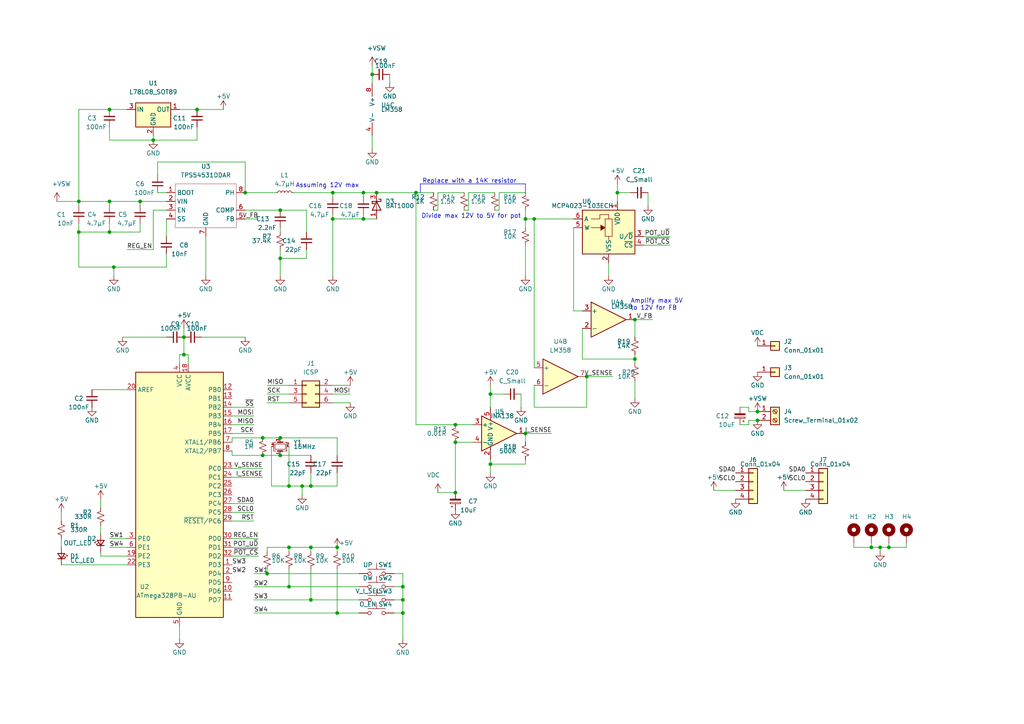
<source format=kicad_sch>
(kicad_sch (version 20200714) (host eeschema "(5.99.0-2441-g41b7c7c43)")
  (page 1 1)
  (paper "A4")
  (lib_symbols
    (symbol "Amplifier_Current:INA138" (pin_names (offset 0.127))
      (property "Reference" "U" (at 3.81 5.08 0))
      (property "Value" "INA138" (at 3.81 2.54 0))
      (symbol "INA138_1_1"
        (pin output line (at 7.62 0 180) (length 2.54) (name "~") (number "1"))
        (pin power_in line (at -2.54 -7.62 90) (length 3.81) (name "GND") (number "2"))
        (pin input line (at -7.62 2.54 0) (length 2.54) (name "+") (number "3"))
        (pin input line (at -7.62 -2.54 0) (length 2.54) (name "-") (number "4"))
        (pin power_in line (at -2.54 7.62 270) (length 3.81) (name "V+") (number "5"))
      )
    )
    (symbol "Amplifier_Operational:LM358" (pin_names (offset 0.127))
      (property "Reference" "U" (at 0 5.08 0))
      (property "Value" "LM358" (at 0 -5.08 0))
      (symbol "LM358_1_1"
        (pin output line (at 7.62 0 180) (length 2.54) (name "~") (number "1"))
        (pin input line (at -7.62 -2.54 0) (length 2.54) (name "-") (number "2"))
        (pin input line (at -7.62 2.54 0) (length 2.54) (name "+") (number "3"))
      )
      (symbol "LM358_2_1"
        (pin input line (at -7.62 2.54 0) (length 2.54) (name "+") (number "5"))
        (pin input line (at -7.62 -2.54 0) (length 2.54) (name "-") (number "6"))
        (pin output line (at 7.62 0 180) (length 2.54) (name "~") (number "7"))
      )
      (symbol "LM358_3_1"
        (pin power_in line (at -2.54 -7.62 90) (length 3.81) (name "V-") (number "4"))
        (pin power_in line (at -2.54 7.62 270) (length 3.81) (name "V+") (number "8"))
      )
    )
    (symbol "BAT1000:BAT1000"
      (property "Reference" "D" (at 0 0 0))
      (property "Value" "BAT1000" (at 0 -5.08 0))
      (symbol "BAT1000_1_1"
        (pin passive line (at -3.81 -2.54 0) (length 2.54) (name "~") (number "3"))
        (pin passive line (at 3.81 -2.54 180) (length 2.54) (name "~") (number "1"))
      )
    )
    (symbol "Connector:Screw_Terminal_01x02" (pin_names hide)
      (property "Reference" "J" (at 0 2.54 0))
      (property "Value" "Screw_Terminal_01x02" (at 0 -5.08 0))
      (symbol "Screw_Terminal_01x02_1_1"
        (pin passive line (at -5.08 0 0) (length 3.81) (name "Pin_1") (number "1"))
        (pin passive line (at -5.08 -2.54 0) (length 3.81) (name "Pin_2") (number "2"))
      )
    )
    (symbol "Connector_Generic:Conn_01x01" (pin_names hide)
      (property "Reference" "J" (at 0 2.54 0))
      (property "Value" "Conn_01x01" (at 0 -2.54 0))
      (symbol "Conn_01x01_1_1"
        (pin passive line (at -5.08 0 0) (length 3.81) (name "Pin_1") (number "1"))
      )
    )
    (symbol "Connector_Generic:Conn_01x04" (pin_names hide)
      (property "Reference" "J" (at 0 5.08 0))
      (property "Value" "Conn_01x04" (at 0 -7.62 0))
      (symbol "Conn_01x04_1_1"
        (pin passive line (at -5.08 2.54 0) (length 3.81) (name "Pin_1") (number "1"))
        (pin passive line (at -5.08 0 0) (length 3.81) (name "Pin_2") (number "2"))
        (pin passive line (at -5.08 -2.54 0) (length 3.81) (name "Pin_3") (number "3"))
        (pin passive line (at -5.08 -5.08 0) (length 3.81) (name "Pin_4") (number "4"))
      )
    )
    (symbol "Connector_Generic:Conn_02x03_Odd_Even" (pin_names hide)
      (property "Reference" "J" (at 1.27 5.08 0))
      (property "Value" "Conn_02x03_Odd_Even" (at 1.27 -5.08 0))
      (symbol "Conn_02x03_Odd_Even_1_1"
        (pin passive line (at -5.08 2.54 0) (length 3.81) (name "Pin_1") (number "1"))
        (pin passive line (at 7.62 2.54 180) (length 3.81) (name "Pin_2") (number "2"))
        (pin passive line (at -5.08 0 0) (length 3.81) (name "Pin_3") (number "3"))
        (pin passive line (at 7.62 0 180) (length 3.81) (name "Pin_4") (number "4"))
        (pin passive line (at -5.08 -2.54 0) (length 3.81) (name "Pin_5") (number "5"))
        (pin passive line (at 7.62 -2.54 180) (length 3.81) (name "Pin_6") (number "6"))
      )
    )
    (symbol "Device:CP_Small" (pin_numbers hide) (pin_names (offset 0.254) hide)
      (property "Reference" "C" (at 0.254 1.778 0))
      (property "Value" "CP_Small" (at 0.254 -2.032 0))
      (symbol "CP_Small_1_1"
        (pin passive line (at 0 2.54 270) (length 1.8542) (name "~") (number "1"))
        (pin passive line (at 0 -2.54 90) (length 1.8542) (name "~") (number "2"))
      )
    )
    (symbol "Device:C_Small" (pin_numbers hide) (pin_names (offset 0.254) hide)
      (property "Reference" "C" (at 0.254 1.778 0))
      (property "Value" "C_Small" (at 0.254 -2.032 0))
      (symbol "C_Small_1_1"
        (pin passive line (at 0 2.54 270) (length 2.032) (name "~") (number "1"))
        (pin passive line (at 0 -2.54 90) (length 2.032) (name "~") (number "2"))
      )
    )
    (symbol "Device:Crystal_GND24_Small" (pin_names hide)
      (property "Reference" "Y" (at 1.27 4.445 0))
      (property "Value" "Crystal_GND24_Small" (at 1.27 2.54 0))
      (symbol "Crystal_GND24_Small_1_1"
        (pin passive line (at -2.54 0 0) (length 1.27) (name "1") (number "1"))
        (pin passive line (at 0 -2.54 90) (length 0.635) (name "2") (number "2"))
        (pin passive line (at 2.54 0 180) (length 1.27) (name "3") (number "3"))
        (pin passive line (at 0 2.54 270) (length 0.635) (name "4") (number "4"))
      )
    )
    (symbol "Device:LED_Small" (pin_numbers hide) (pin_names (offset 0.254) hide)
      (property "Reference" "D" (at -1.27 3.175 0))
      (property "Value" "LED_Small" (at -4.445 -2.54 0))
      (symbol "LED_Small_1_1"
        (pin passive line (at -2.54 0 0) (length 1.778) (name "K") (number "1"))
        (pin passive line (at 2.54 0 180) (length 1.778) (name "A") (number "2"))
      )
    )
    (symbol "Device:L_Small" (pin_numbers hide) (pin_names (offset 0.254) hide)
      (property "Reference" "L" (at 0.762 1.016 0))
      (property "Value" "L_Small" (at 0.762 -1.016 0))
      (symbol "L_Small_1_1"
        (pin passive line (at 0 2.54 270) (length 0.508) (name "~") (number "1"))
        (pin passive line (at 0 -2.54 90) (length 0.508) (name "~") (number "2"))
      )
    )
    (symbol "Device:R_Small_US" (pin_numbers hide) (pin_names (offset 0.254) hide)
      (property "Reference" "R" (at 0.762 0.508 0))
      (property "Value" "R_Small_US" (at 0.762 -1.016 0))
      (symbol "R_Small_US_1_1"
        (pin passive line (at 0 2.54 270) (length 1.016) (name "~") (number "1"))
        (pin passive line (at 0 -2.54 90) (length 1.016) (name "~") (number "2"))
      )
    )
    (symbol "MCU_Microchip_ATmega:ATmega328PB-AU" (pin_names (offset 0.508))
      (property "Reference" "U" (at -12.7 36.83 0))
      (property "Value" "ATmega328PB-AU" (at 2.54 -36.83 0))
      (symbol "ATmega328PB-AU_1_1"
        (pin bidirectional line (at 15.24 -20.32 180) (length 2.54) (name "PD3") (number "1"))
        (pin bidirectional line (at 15.24 -27.94 180) (length 2.54) (name "PD6") (number "10"))
        (pin bidirectional line (at 15.24 -30.48 180) (length 2.54) (name "PD7") (number "11"))
        (pin bidirectional line (at 15.24 30.48 180) (length 2.54) (name "PB0") (number "12"))
        (pin bidirectional line (at 15.24 27.94 180) (length 2.54) (name "PB1") (number "13"))
        (pin bidirectional line (at 15.24 25.4 180) (length 2.54) (name "PB2") (number "14"))
        (pin bidirectional line (at 15.24 22.86 180) (length 2.54) (name "PB3") (number "15"))
        (pin bidirectional line (at 15.24 20.32 180) (length 2.54) (name "PB4") (number "16"))
        (pin bidirectional line (at 15.24 17.78 180) (length 2.54) (name "PB5") (number "17"))
        (pin power_in line (at 2.54 38.1 270) (length 2.54) (name "AVCC") (number "18"))
        (pin bidirectional line (at -15.24 -17.78 0) (length 2.54) (name "PE2") (number "19"))
        (pin bidirectional line (at 15.24 -22.86 180) (length 2.54) (name "PD4") (number "2"))
        (pin passive line (at -15.24 30.48 0) (length 2.54) (name "AREF") (number "20"))
        (pin passive line (at 0 -38.1 90) (length 2.54) hide (name "GND") (number "21"))
        (pin bidirectional line (at -15.24 -20.32 0) (length 2.54) (name "PE3") (number "22"))
        (pin bidirectional line (at 15.24 7.62 180) (length 2.54) (name "PC0") (number "23"))
        (pin bidirectional line (at 15.24 5.08 180) (length 2.54) (name "PC1") (number "24"))
        (pin bidirectional line (at 15.24 2.54 180) (length 2.54) (name "PC2") (number "25"))
        (pin bidirectional line (at 15.24 0 180) (length 2.54) (name "PC3") (number "26"))
        (pin bidirectional line (at 15.24 -2.54 180) (length 2.54) (name "PC4") (number "27"))
        (pin bidirectional line (at 15.24 -5.08 180) (length 2.54) (name "PC5") (number "28"))
        (pin bidirectional line (at 15.24 -7.62 180) (length 2.54) (name "~RESET~/PC6") (number "29"))
        (pin bidirectional line (at -15.24 -12.7 0) (length 2.54) (name "PE0") (number "3"))
        (pin bidirectional line (at 15.24 -12.7 180) (length 2.54) (name "PD0") (number "30"))
        (pin bidirectional line (at 15.24 -15.24 180) (length 2.54) (name "PD1") (number "31"))
        (pin bidirectional line (at 15.24 -17.78 180) (length 2.54) (name "PD2") (number "32"))
        (pin power_in line (at 0 38.1 270) (length 2.54) (name "VCC") (number "4"))
        (pin power_in line (at 0 -38.1 90) (length 2.54) (name "GND") (number "5"))
        (pin bidirectional line (at -15.24 -15.24 0) (length 2.54) (name "PE1") (number "6"))
        (pin bidirectional line (at 15.24 15.24 180) (length 2.54) (name "XTAL1/PB6") (number "7"))
        (pin bidirectional line (at 15.24 12.7 180) (length 2.54) (name "XTAL2/PB7") (number "8"))
        (pin bidirectional line (at 15.24 -25.4 180) (length 2.54) (name "PD5") (number "9"))
      )
    )
    (symbol "Mechanical:MountingHole_Pad" (pin_numbers hide) (pin_names hide)
      (property "Reference" "H" (at 0 6.35 0))
      (property "Value" "MountingHole_Pad" (at 0 4.445 0))
      (symbol "MountingHole_Pad_1_1"
        (pin input line (at 0 -2.54 90) (length 2.54) (name "1") (number "1"))
      )
    )
    (symbol "Potentiometer_Digital:MCP4023-xxxxCH" (pin_names (offset 0.508))
      (property "Reference" "U" (at -7.62 8.89 0))
      (property "Value" "MCP4023-xxxxCH" (at 1.27 8.89 0))
      (symbol "MCP4023-xxxxCH_1_1"
        (pin power_in line (at -2.54 10.16 270) (length 2.54) (name "VDD") (number "1"))
        (pin power_in line (at 0 -7.62 90) (length 2.54) (name "VSS") (number "2"))
        (pin input line (at -10.16 0 0) (length 2.54) (name "U/~D") (number "3"))
        (pin input line (at -10.16 -2.54 0) (length 2.54) (name "~CS") (number "4"))
        (pin passive line (at 10.16 2.54 180) (length 2.54) (name "W") (number "5"))
        (pin passive line (at 10.16 5.08 180) (length 2.54) (name "A") (number "6"))
      )
    )
    (symbol "Regulator_Linear:L78L08_SOT89" (pin_names (offset 0.254))
      (property "Reference" "U" (at -3.81 3.175 0))
      (property "Value" "L78L08_SOT89" (at -0.635 3.175 0))
      (symbol "L78L08_SOT89_1_1"
        (pin power_out line (at 7.62 0 180) (length 2.54) (name "OUT") (number "1"))
        (pin power_in line (at 0 -7.62 90) (length 2.54) (name "GND") (number "2"))
        (pin power_in line (at -7.62 0 0) (length 2.54) (name "IN") (number "3"))
      )
    )
    (symbol "Switch:SW_Push" (pin_numbers hide) (pin_names hide)
      (property "Reference" "SW" (at 1.27 2.54 0))
      (property "Value" "SW_Push" (at 0 -1.524 0))
      (symbol "SW_Push_0_1"
        (pin passive line (at -5.08 0 0) (length 2.54) (name "1") (number "1"))
        (pin passive line (at 5.08 0 180) (length 2.54) (name "2") (number "2"))
      )
    )
    (symbol "TPS54531DDAR:TPS54531DDAR"
      (property "Reference" "U" (at 7.62 7.62 0))
      (property "Value" "TPS54531DDAR" (at -2.54 7.62 0))
      (symbol "TPS54531DDAR_1_1"
        (pin input line (at -11.43 -1.27 0) (length 2.54) (name "EN") (number "3"))
        (pin input line (at -11.43 -3.81 0) (length 2.54) (name "SS") (number "4"))
        (pin input line (at 11.43 -1.27 180) (length 2.54) (name "COMP") (number "6"))
        (pin input line (at 0 -8.89 90) (length 2.54) (name "GND") (number "7"))
        (pin input line (at 11.43 -3.81 180) (length 2.54) (name "FB") (number "5"))
        (pin input line (at 11.43 3.81 180) (length 2.54) (name "PH") (number "8"))
        (pin input line (at -11.43 3.81 0) (length 2.54) (name "BOOT") (number "1"))
        (pin input line (at -11.43 1.27 0) (length 2.54) (name "VIN") (number "2"))
        (pin input line (at 0 -8.89 90) (length 2.54) hide (name "GND") (number "9"))
      )
    )
    (symbol "power:+5V" (power) (pin_names (offset 0))
      (property "Value" "+5V" (at 0 3.556 0))
      (symbol "+5V_1_1"
        (pin power_in line (at 0 0 90) (length 0) hide (name "+5V") (number "1"))
      )
    )
    (symbol "power:+VSW" (power) (pin_names (offset 0))
      (property "Value" "+VSW" (at 0 3.556 0))
      (symbol "+VSW_1_1"
        (pin power_in line (at 0 0 90) (length 0) hide (name "+VSW") (number "1"))
      )
    )
    (symbol "power:GND" (power) (pin_names (offset 0))
      (property "Value" "GND" (at 0 -3.81 0))
      (symbol "GND_1_1"
        (pin power_in line (at 0 0 270) (length 0) hide (name "GND") (number "1"))
      )
    )
    (symbol "power:VDC" (power) (pin_names (offset 0))
      (property "Value" "VDC" (at 0 6.35 0))
      (symbol "VDC_1_1"
        (pin power_in line (at 0 0 90) (length 0) hide (name "VDC") (number "1"))
      )
    )
  )
  (junction (at 22.86 58.42))
  (junction (at 22.86 67.31))
  (junction (at 31.75 31.75))
  (junction (at 31.75 58.42))
  (junction (at 31.75 67.31))
  (junction (at 33.02 77.47))
  (junction (at 40.64 58.42))
  (junction (at 44.45 40.64))
  (junction (at 53.34 97.79))
  (junction (at 53.34 102.87))
  (junction (at 57.15 31.75))
  (junction (at 71.12 55.88))
  (junction (at 76.2 127))
  (junction (at 76.2 132.08))
  (junction (at 77.47 166.37))
  (junction (at 81.28 60.96))
  (junction (at 81.28 74.93))
  (junction (at 81.28 127))
  (junction (at 81.28 132.08))
  (junction (at 83.82 140.97))
  (junction (at 83.82 158.75))
  (junction (at 83.82 170.18))
  (junction (at 87.63 140.97))
  (junction (at 90.17 140.97))
  (junction (at 90.17 158.75))
  (junction (at 90.17 173.99))
  (junction (at 96.52 55.88))
  (junction (at 96.52 63.5))
  (junction (at 97.79 158.75))
  (junction (at 97.79 177.8))
  (junction (at 105.41 55.88))
  (junction (at 105.41 63.5))
  (junction (at 107.95 21.59))
  (junction (at 109.22 55.88))
  (junction (at 116.84 170.18))
  (junction (at 116.84 173.99))
  (junction (at 116.84 177.8))
  (junction (at 120.65 55.88))
  (junction (at 132.08 123.19))
  (junction (at 132.08 128.27))
  (junction (at 132.08 142.875))
  (junction (at 142.24 114.3))
  (junction (at 142.24 134.62))
  (junction (at 152.4 63.5))
  (junction (at 152.4 125.73))
  (junction (at 154.94 63.5))
  (junction (at 170.18 109.22))
  (junction (at 179.07 55.88))
  (junction (at 184.15 92.71))
  (junction (at 184.15 104.14))
  (junction (at 219.71 119.38))
  (junction (at 219.71 121.92))
  (junction (at 252.73 158.75))
  (junction (at 255.27 158.75))
  (junction (at 257.81 158.75))
  (wire (pts (xy 16.51 58.42) (xy 22.86 58.42)))
  (wire (pts (xy 17.78 148.59) (xy 17.78 151.13)))
  (wire (pts (xy 17.78 156.21) (xy 17.78 158.75)))
  (wire (pts (xy 17.78 163.83) (xy 36.83 163.83)))
  (wire (pts (xy 22.86 31.75) (xy 22.86 58.42)))
  (wire (pts (xy 22.86 58.42) (xy 22.86 59.69)))
  (wire (pts (xy 22.86 58.42) (xy 31.75 58.42)))
  (wire (pts (xy 22.86 64.77) (xy 22.86 67.31)))
  (wire (pts (xy 22.86 67.31) (xy 22.86 77.47)))
  (wire (pts (xy 22.86 67.31) (xy 31.75 67.31)))
  (wire (pts (xy 22.86 77.47) (xy 33.02 77.47)))
  (wire (pts (xy 26.67 113.03) (xy 36.83 113.03)))
  (wire (pts (xy 29.21 144.78) (xy 29.21 147.32)))
  (wire (pts (xy 29.21 152.4) (xy 29.21 154.94)))
  (wire (pts (xy 29.21 160.02) (xy 29.21 161.29)))
  (wire (pts (xy 29.21 161.29) (xy 36.83 161.29)))
  (wire (pts (xy 31.75 31.75) (xy 22.86 31.75)))
  (wire (pts (xy 31.75 31.75) (xy 36.83 31.75)))
  (wire (pts (xy 31.75 36.83) (xy 31.75 40.64)))
  (wire (pts (xy 31.75 40.64) (xy 44.45 40.64)))
  (wire (pts (xy 31.75 58.42) (xy 31.75 59.69)))
  (wire (pts (xy 31.75 58.42) (xy 40.64 58.42)))
  (wire (pts (xy 31.75 64.77) (xy 31.75 67.31)))
  (wire (pts (xy 31.75 67.31) (xy 40.64 67.31)))
  (wire (pts (xy 31.75 156.21) (xy 36.83 156.21)))
  (wire (pts (xy 31.75 158.75) (xy 36.83 158.75)))
  (wire (pts (xy 33.02 77.47) (xy 33.02 80.01)))
  (wire (pts (xy 33.02 77.47) (xy 48.26 77.47)))
  (wire (pts (xy 35.56 97.79) (xy 48.26 97.79)))
  (wire (pts (xy 36.83 72.39) (xy 44.45 72.39)))
  (wire (pts (xy 40.64 58.42) (xy 40.64 59.69)))
  (wire (pts (xy 40.64 58.42) (xy 48.26 58.42)))
  (wire (pts (xy 40.64 67.31) (xy 40.64 64.77)))
  (wire (pts (xy 44.45 39.37) (xy 44.45 40.64)))
  (wire (pts (xy 44.45 40.64) (xy 57.15 40.64)))
  (wire (pts (xy 44.45 60.96) (xy 48.26 60.96)))
  (wire (pts (xy 44.45 72.39) (xy 44.45 60.96)))
  (wire (pts (xy 45.72 46.99) (xy 71.12 46.99)))
  (wire (pts (xy 45.72 50.8) (xy 45.72 46.99)))
  (wire (pts (xy 45.72 55.88) (xy 48.26 55.88)))
  (wire (pts (xy 48.26 63.5) (xy 48.26 68.58)))
  (wire (pts (xy 48.26 73.66) (xy 48.26 77.47)))
  (wire (pts (xy 52.07 31.75) (xy 57.15 31.75)))
  (wire (pts (xy 52.07 102.87) (xy 53.34 102.87)))
  (wire (pts (xy 52.07 105.41) (xy 52.07 102.87)))
  (wire (pts (xy 52.07 185.42) (xy 52.07 181.61)))
  (wire (pts (xy 53.34 95.25) (xy 53.34 97.79)))
  (wire (pts (xy 53.34 97.79) (xy 53.34 102.87)))
  (wire (pts (xy 53.34 102.87) (xy 54.61 102.87)))
  (wire (pts (xy 54.61 102.87) (xy 54.61 105.41)))
  (wire (pts (xy 57.15 31.75) (xy 64.77 31.75)))
  (wire (pts (xy 57.15 40.64) (xy 57.15 36.83)))
  (wire (pts (xy 58.42 97.79) (xy 71.12 97.79)))
  (wire (pts (xy 59.69 68.58) (xy 59.69 80.01)))
  (wire (pts (xy 67.31 118.11) (xy 73.66 118.11)))
  (wire (pts (xy 67.31 120.65) (xy 73.66 120.65)))
  (wire (pts (xy 67.31 123.19) (xy 73.66 123.19)))
  (wire (pts (xy 67.31 125.73) (xy 73.66 125.73)))
  (wire (pts (xy 67.31 127) (xy 67.31 128.27)))
  (wire (pts (xy 67.31 130.81) (xy 67.31 132.08)))
  (wire (pts (xy 67.31 132.08) (xy 76.2 132.08)))
  (wire (pts (xy 67.31 135.89) (xy 76.2 135.89)))
  (wire (pts (xy 67.31 138.43) (xy 76.2 138.43)))
  (wire (pts (xy 67.31 146.05) (xy 73.66 146.05)))
  (wire (pts (xy 67.31 148.59) (xy 73.66 148.59)))
  (wire (pts (xy 67.31 151.13) (xy 73.66 151.13)))
  (wire (pts (xy 67.31 156.21) (xy 74.93 156.21)))
  (wire (pts (xy 67.31 158.75) (xy 74.93 158.75)))
  (wire (pts (xy 67.31 161.29) (xy 74.93 161.29)))
  (wire (pts (xy 71.12 46.99) (xy 71.12 55.88)))
  (wire (pts (xy 71.12 55.88) (xy 80.01 55.88)))
  (wire (pts (xy 71.12 60.96) (xy 81.28 60.96)))
  (wire (pts (xy 71.12 63.5) (xy 74.93 63.5)))
  (wire (pts (xy 73.66 166.37) (xy 77.47 166.37)))
  (wire (pts (xy 73.66 170.18) (xy 83.82 170.18)))
  (wire (pts (xy 73.66 173.99) (xy 90.17 173.99)))
  (wire (pts (xy 73.66 177.8) (xy 97.79 177.8)))
  (wire (pts (xy 76.2 127) (xy 67.31 127)))
  (wire (pts (xy 76.2 132.08) (xy 81.28 132.08)))
  (wire (pts (xy 77.47 111.76) (xy 83.82 111.76)))
  (wire (pts (xy 77.47 114.3) (xy 83.82 114.3)))
  (wire (pts (xy 77.47 116.84) (xy 83.82 116.84)))
  (wire (pts (xy 77.47 158.75) (xy 83.82 158.75)))
  (wire (pts (xy 77.47 160.02) (xy 77.47 158.75)))
  (wire (pts (xy 77.47 165.1) (xy 77.47 166.37)))
  (wire (pts (xy 77.47 166.37) (xy 104.14 166.37)))
  (wire (pts (xy 78.74 129.54) (xy 78.74 140.97)))
  (wire (pts (xy 78.74 140.97) (xy 83.82 140.97)))
  (wire (pts (xy 81.28 66.04) (xy 81.28 67.31)))
  (wire (pts (xy 81.28 74.93) (xy 81.28 72.39)))
  (wire (pts (xy 81.28 74.93) (xy 81.28 80.01)))
  (wire (pts (xy 81.28 127) (xy 76.2 127)))
  (wire (pts (xy 81.28 132.08) (xy 90.17 132.08)))
  (wire (pts (xy 83.82 129.54) (xy 83.82 140.97)))
  (wire (pts (xy 83.82 140.97) (xy 87.63 140.97)))
  (wire (pts (xy 83.82 158.75) (xy 83.82 160.02)))
  (wire (pts (xy 83.82 158.75) (xy 90.17 158.75)))
  (wire (pts (xy 83.82 165.1) (xy 83.82 170.18)))
  (wire (pts (xy 85.09 55.88) (xy 96.52 55.88)))
  (wire (pts (xy 87.63 140.97) (xy 87.63 143.51)))
  (wire (pts (xy 87.63 140.97) (xy 90.17 140.97)))
  (wire (pts (xy 88.9 60.96) (xy 81.28 60.96)))
  (wire (pts (xy 88.9 67.31) (xy 88.9 60.96)))
  (wire (pts (xy 88.9 72.39) (xy 88.9 74.93)))
  (wire (pts (xy 88.9 74.93) (xy 81.28 74.93)))
  (wire (pts (xy 90.17 137.16) (xy 90.17 140.97)))
  (wire (pts (xy 90.17 140.97) (xy 97.79 140.97)))
  (wire (pts (xy 90.17 158.75) (xy 90.17 160.02)))
  (wire (pts (xy 90.17 158.75) (xy 97.79 158.75)))
  (wire (pts (xy 90.17 165.1) (xy 90.17 173.99)))
  (wire (pts (xy 90.17 173.99) (xy 104.14 173.99)))
  (wire (pts (xy 96.52 55.88) (xy 96.52 57.15)))
  (wire (pts (xy 96.52 55.88) (xy 105.41 55.88)))
  (wire (pts (xy 96.52 62.23) (xy 96.52 63.5)))
  (wire (pts (xy 96.52 63.5) (xy 96.52 80.01)))
  (wire (pts (xy 96.52 111.76) (xy 101.6 111.76)))
  (wire (pts (xy 96.52 114.3) (xy 101.6 114.3)))
  (wire (pts (xy 96.52 116.84) (xy 101.6 116.84)))
  (wire (pts (xy 97.79 127) (xy 81.28 127)))
  (wire (pts (xy 97.79 132.08) (xy 97.79 127)))
  (wire (pts (xy 97.79 140.97) (xy 97.79 137.16)))
  (wire (pts (xy 97.79 158.75) (xy 97.79 160.02)))
  (wire (pts (xy 97.79 165.1) (xy 97.79 177.8)))
  (wire (pts (xy 97.79 177.8) (xy 104.14 177.8)))
  (wire (pts (xy 104.14 170.18) (xy 83.82 170.18)))
  (wire (pts (xy 105.41 55.88) (xy 105.41 57.15)))
  (wire (pts (xy 105.41 55.88) (xy 109.22 55.88)))
  (wire (pts (xy 105.41 62.23) (xy 105.41 63.5)))
  (wire (pts (xy 105.41 63.5) (xy 96.52 63.5)))
  (wire (pts (xy 105.41 63.5) (xy 109.22 63.5)))
  (wire (pts (xy 107.95 19.05) (xy 107.95 21.59)))
  (wire (pts (xy 107.95 21.59) (xy 107.95 24.13)))
  (wire (pts (xy 107.95 43.18) (xy 107.95 39.37)))
  (wire (pts (xy 109.22 55.88) (xy 120.65 55.88)))
  (wire (pts (xy 113.03 21.59) (xy 113.03 24.13)))
  (wire (pts (xy 114.3 166.37) (xy 116.84 166.37)))
  (wire (pts (xy 114.3 170.18) (xy 116.84 170.18)))
  (wire (pts (xy 114.3 173.99) (xy 116.84 173.99)))
  (wire (pts (xy 116.84 166.37) (xy 116.84 170.18)))
  (wire (pts (xy 116.84 170.18) (xy 116.84 173.99)))
  (wire (pts (xy 116.84 173.99) (xy 116.84 177.8)))
  (wire (pts (xy 116.84 177.8) (xy 114.3 177.8)))
  (wire (pts (xy 116.84 177.8) (xy 116.84 185.42)))
  (wire (pts (xy 120.65 55.88) (xy 120.65 123.19)))
  (wire (pts (xy 120.65 55.88) (xy 125.73 55.88)))
  (wire (pts (xy 120.65 123.19) (xy 132.08 123.19)))
  (wire (pts (xy 127 55.88) (xy 127 60.96)))
  (wire (pts (xy 127 60.96) (xy 125.73 60.96)))
  (wire (pts (xy 127 142.875) (xy 132.08 142.875)))
  (wire (pts (xy 132.08 123.19) (xy 137.16 123.19)))
  (wire (pts (xy 132.08 128.27) (xy 132.08 142.875)))
  (wire (pts (xy 132.08 128.27) (xy 137.16 128.27)))
  (wire (pts (xy 134.62 55.88) (xy 127 55.88)))
  (wire (pts (xy 134.62 60.96) (xy 135.89 60.96)))
  (wire (pts (xy 135.89 55.88) (xy 143.51 55.88)))
  (wire (pts (xy 135.89 60.96) (xy 135.89 55.88)))
  (wire (pts (xy 142.24 111.76) (xy 142.24 114.3)))
  (wire (pts (xy 142.24 114.3) (xy 142.24 118.11)))
  (wire (pts (xy 142.24 114.3) (xy 146.05 114.3)))
  (wire (pts (xy 142.24 134.62) (xy 142.24 133.35)))
  (wire (pts (xy 142.24 134.62) (xy 152.4 134.62)))
  (wire (pts (xy 142.24 137.16) (xy 142.24 134.62)))
  (wire (pts (xy 143.51 60.96) (xy 144.78 60.96)))
  (wire (pts (xy 144.78 55.88) (xy 152.4 55.88)))
  (wire (pts (xy 144.78 60.96) (xy 144.78 55.88)))
  (wire (pts (xy 151.13 114.3) (xy 151.13 118.11)))
  (wire (pts (xy 152.4 60.96) (xy 152.4 63.5)))
  (wire (pts (xy 152.4 63.5) (xy 152.4 66.04)))
  (wire (pts (xy 152.4 71.12) (xy 152.4 80.01)))
  (wire (pts (xy 152.4 125.73) (xy 152.4 128.27)))
  (wire (pts (xy 152.4 125.73) (xy 160.02 125.73)))
  (wire (pts (xy 152.4 133.35) (xy 152.4 134.62)))
  (wire (pts (xy 154.94 63.5) (xy 152.4 63.5)))
  (wire (pts (xy 154.94 63.5) (xy 154.94 106.68)))
  (wire (pts (xy 154.94 111.76) (xy 154.94 118.11)))
  (wire (pts (xy 154.94 118.11) (xy 170.18 118.11)))
  (wire (pts (xy 166.37 63.5) (xy 154.94 63.5)))
  (wire (pts (xy 166.37 90.17) (xy 166.37 66.04)))
  (wire (pts (xy 168.91 90.17) (xy 166.37 90.17)))
  (wire (pts (xy 168.91 104.14) (xy 168.91 95.25)))
  (wire (pts (xy 170.18 109.22) (xy 177.8 109.22)))
  (wire (pts (xy 170.18 118.11) (xy 170.18 109.22)))
  (wire (pts (xy 176.53 76.2) (xy 176.53 80.01)))
  (wire (pts (xy 179.07 53.34) (xy 179.07 55.88)))
  (wire (pts (xy 179.07 55.88) (xy 179.07 58.42)))
  (wire (pts (xy 179.07 55.88) (xy 182.88 55.88)))
  (wire (pts (xy 184.15 92.71) (xy 184.15 97.79)))
  (wire (pts (xy 184.15 92.71) (xy 189.23 92.71)))
  (wire (pts (xy 184.15 102.87) (xy 184.15 104.14)))
  (wire (pts (xy 184.15 104.14) (xy 168.91 104.14)))
  (wire (pts (xy 184.15 104.14) (xy 184.15 105.41)))
  (wire (pts (xy 184.15 110.49) (xy 184.15 115.57)))
  (wire (pts (xy 186.69 68.58) (xy 194.31 68.58)))
  (wire (pts (xy 186.69 71.12) (xy 194.31 71.12)))
  (wire (pts (xy 187.96 55.88) (xy 187.96 59.69)))
  (wire (pts (xy 207.01 142.24) (xy 213.36 142.24)))
  (wire (pts (xy 214.63 118.11) (xy 217.17 118.11)))
  (wire (pts (xy 214.63 123.19) (xy 217.17 123.19)))
  (wire (pts (xy 217.17 118.11) (xy 217.17 119.38)))
  (wire (pts (xy 217.17 119.38) (xy 219.71 119.38)))
  (wire (pts (xy 217.17 121.92) (xy 219.71 121.92)))
  (wire (pts (xy 217.17 123.19) (xy 217.17 121.92)))
  (wire (pts (xy 227.33 142.24) (xy 233.68 142.24)))
  (wire (pts (xy 247.65 157.48) (xy 247.65 158.75)))
  (wire (pts (xy 247.65 158.75) (xy 252.73 158.75)))
  (wire (pts (xy 252.73 157.48) (xy 252.73 158.75)))
  (wire (pts (xy 252.73 158.75) (xy 255.27 158.75)))
  (wire (pts (xy 255.27 158.75) (xy 255.27 160.02)))
  (wire (pts (xy 255.27 158.75) (xy 257.81 158.75)))
  (wire (pts (xy 257.81 157.48) (xy 257.81 158.75)))
  (wire (pts (xy 257.81 158.75) (xy 262.89 158.75)))
  (wire (pts (xy 262.89 158.75) (xy 262.89 157.48)))
  (polyline (pts (xy 121.92 53.34) (xy 152.4 53.34)) (stroke (width 0) (type solid)))
  (polyline (pts (xy 121.92 55.88) (xy 121.92 53.34)) (stroke (width 0) (type solid)))
  (polyline (pts (xy 152.4 53.34) (xy 152.4 55.88)) (stroke (width 0) (type solid)))
  (text "Assuming 12V max" (at 104.14 54.61 180) (effects (font (size 1.27 1.27)) (justify right bottom)))
  (text "Replace with a 14K resistor" (at 149.86 53.34 180) (effects (font (size 1.27 1.27)) (justify right bottom)))
  (text "Divide max 12V to 5V for pot" (at 151.13 63.5 180) (effects (font (size 1.27 1.27)) (justify right bottom)))
  (text "Amplify max 5V \nto 12V for FB" (at 182.88 90.17 0) (effects (font (size 1.27 1.27)) (justify left bottom)))
  (label "SW1" (at 31.75 156.21 0))
  (label "SW4" (at 31.75 158.75 0))
  (label "REG_EN" (at 36.83 72.39 0))
  (label "SW3" (at 67.31 163.83 0))
  (label "SW2" (at 67.31 166.37 0))
  (label "~SS" (at 73.66 118.11 180))
  (label "MOSI" (at 73.66 120.65 180))
  (label "MISO" (at 73.66 123.19 180))
  (label "SCK" (at 73.66 125.73 180))
  (label "SDA0" (at 73.66 146.05 180))
  (label "SCL0" (at 73.66 148.59 180))
  (label "RST" (at 73.66 151.13 180))
  (label "SW1" (at 73.66 166.37 0))
  (label "SW2" (at 73.66 170.18 0))
  (label "SW3" (at 73.66 173.99 0))
  (label "SW4" (at 73.66 177.8 0))
  (label "V_FB" (at 74.93 63.5 180))
  (label "REG_EN" (at 74.93 156.21 180))
  (label "POT_U~D" (at 74.93 158.75 180))
  (label "~POT_CS" (at 74.93 161.29 180))
  (label "V_SENSE" (at 76.2 135.89 180))
  (label "I_SENSE" (at 76.2 138.43 180))
  (label "MISO" (at 77.47 111.76 0))
  (label "SCK" (at 77.47 114.3 0))
  (label "RST" (at 77.47 116.84 0))
  (label "MOSI" (at 101.6 114.3 180))
  (label "I_SENSE" (at 160.02 125.73 180))
  (label "V_SENSE" (at 177.8 109.22 180))
  (label "V_FB" (at 189.23 92.71 180))
  (label "POT_U~D" (at 194.31 68.58 180))
  (label "~POT_CS" (at 194.31 71.12 180))
  (label "SDA0" (at 213.36 137.16 180))
  (label "SCL0" (at 213.36 139.7 180))
  (label "SDA0" (at 233.68 137.16 180))
  (label "SCL0" (at 233.68 139.7 180))
  (symbol (lib_id "Device:L_Small") (at 82.55 55.88 90) (unit 1)
    (property "Reference" "L1" (at 82.55 50.8 90))
    (property "Value" "4.7µH" (at 82.55 53.34 90))
    (property "Footprint" "Inductor_SMD:L_Bourns_SRR1260" (effects hide))
  )
  (symbol (lib_id "power:+VSW") (at 16.51 58.42 0) (unit 1)
    (property "Reference" "#PWR0111" (effects hide))
    (property "Value" "+VSW" (at 17.78 53.34 0))
  )
  (symbol (lib_id "power:+5V") (at 17.78 148.59 0) (unit 1)
    (property "Reference" "#PWR0137" (effects hide))
    (property "Value" "+5V" (at 17.78 144.78 0))
  )
  (symbol (lib_id "power:+5V") (at 29.21 144.78 0) (unit 1)
    (property "Reference" "#PWR0136" (effects hide))
    (property "Value" "+5V" (at 29.21 140.97 0))
  )
  (symbol (lib_id "power:+5V") (at 53.34 95.25 0) (unit 1)
    (property "Reference" "#PWR0110" (effects hide))
    (property "Value" "+5V" (at 53.34 91.44 0))
  )
  (symbol (lib_id "power:+5V") (at 64.77 31.75 0) (unit 1)
    (property "Reference" "#PWR0112" (effects hide))
    (property "Value" "+5V" (at 64.77 27.94 0))
  )
  (symbol (lib_id "power:+5V") (at 97.79 158.75 0) (unit 1)
    (property "Reference" "#PWR0135" (effects hide))
    (property "Value" "+5V" (at 100.33 157.48 0))
  )
  (symbol (lib_id "power:+5V") (at 101.6 111.76 0) (unit 1)
    (property "Reference" "#PWR0119" (effects hide))
    (property "Value" "+5V" (at 101.6 107.95 0))
  )
  (symbol (lib_id "power:+VSW") (at 107.95 19.05 0) (unit 1)
    (property "Reference" "#PWR0108" (effects hide))
    (property "Value" "+VSW" (at 109.22 13.97 0))
  )
  (symbol (lib_id "power:VDC") (at 127 142.875 0) (mirror y) (unit 1)
    (property "Reference" "#PWR0133" (effects hide))
    (property "Value" "VDC" (at 125.73 137.795 0))
  )
  (symbol (lib_id "power:+5V") (at 142.24 111.76 0) (unit 1)
    (property "Reference" "#PWR0125" (effects hide))
    (property "Value" "+5V" (at 142.24 107.95 0))
  )
  (symbol (lib_id "power:+5V") (at 179.07 53.34 0) (unit 1)
    (property "Reference" "#PWR0116" (effects hide))
    (property "Value" "+5V" (at 179.07 49.53 0))
  )
  (symbol (lib_id "power:+5V") (at 207.01 142.24 0) (unit 1)
    (property "Reference" "#PWR0142" (effects hide))
    (property "Value" "+5V" (at 207.01 138.43 0))
  )
  (symbol (lib_id "power:VDC") (at 219.71 100.33 0) (unit 1)
    (property "Reference" "#PWR0129" (effects hide))
    (property "Value" "VDC" (at 219.71 96.52 0))
  )
  (symbol (lib_id "power:+VSW") (at 219.71 119.38 0) (unit 1)
    (property "Reference" "#PWR0128" (effects hide))
    (property "Value" "+VSW" (at 219.71 115.57 0))
  )
  (symbol (lib_id "power:+5V") (at 227.33 142.24 0) (unit 1)
    (property "Reference" "#PWR0145" (effects hide))
    (property "Value" "+5V" (at 227.33 138.43 0))
  )
  (symbol (lib_id "power:GND") (at 26.67 118.11 0) (unit 1)
    (property "Reference" "#PWR0104" (effects hide))
    (property "Value" "GND" (at 26.67 121.92 0))
  )
  (symbol (lib_id "power:GND") (at 33.02 80.01 0) (unit 1)
    (property "Reference" "#PWR0102" (effects hide))
    (property "Value" "GND" (at 33.02 83.82 0))
  )
  (symbol (lib_id "power:GND") (at 35.56 97.79 0) (unit 1)
    (property "Reference" "#PWR0109" (effects hide))
    (property "Value" "GND" (at 35.56 101.6 0))
  )
  (symbol (lib_id "power:GND") (at 44.45 40.64 0) (unit 1)
    (property "Reference" "#PWR0106" (effects hide))
    (property "Value" "GND" (at 44.45 44.45 0))
  )
  (symbol (lib_id "power:GND") (at 52.07 185.42 0) (unit 1)
    (property "Reference" "#PWR0107" (effects hide))
    (property "Value" "GND" (at 52.07 189.23 0))
  )
  (symbol (lib_id "power:GND") (at 59.69 80.01 0) (unit 1)
    (property "Reference" "#PWR0101" (effects hide))
    (property "Value" "GND" (at 59.69 83.82 0))
  )
  (symbol (lib_id "power:GND") (at 71.12 97.79 0) (unit 1)
    (property "Reference" "#PWR0103" (effects hide))
    (property "Value" "GND" (at 71.12 101.6 0))
  )
  (symbol (lib_id "power:GND") (at 81.28 80.01 0) (unit 1)
    (property "Reference" "#PWR0122" (effects hide))
    (property "Value" "GND" (at 81.28 83.82 0))
  )
  (symbol (lib_id "power:GND") (at 87.63 143.51 0) (unit 1)
    (property "Reference" "#PWR0120" (effects hide))
    (property "Value" "GND" (at 87.63 147.32 0))
  )
  (symbol (lib_id "power:GND") (at 96.52 80.01 0) (unit 1)
    (property "Reference" "#PWR0121" (effects hide))
    (property "Value" "GND" (at 96.52 83.82 0))
  )
  (symbol (lib_id "power:GND") (at 101.6 116.84 0) (unit 1)
    (property "Reference" "#PWR0118" (effects hide))
    (property "Value" "GND" (at 101.6 120.65 0))
  )
  (symbol (lib_id "power:GND") (at 107.95 43.18 0) (unit 1)
    (property "Reference" "#PWR0123" (effects hide))
    (property "Value" "GND" (at 107.95 46.99 0))
  )
  (symbol (lib_id "power:GND") (at 113.03 24.13 0) (unit 1)
    (property "Reference" "#PWR0113" (effects hide))
    (property "Value" "GND" (at 113.03 27.94 0))
  )
  (symbol (lib_id "power:GND") (at 116.84 185.42 0) (unit 1)
    (property "Reference" "#PWR0105" (effects hide))
    (property "Value" "GND" (at 116.84 189.23 0))
  )
  (symbol (lib_id "power:GND") (at 132.08 147.955 0) (mirror y) (unit 1)
    (property "Reference" "#PWR0141" (effects hide))
    (property "Value" "GND" (at 132.08 151.765 0))
  )
  (symbol (lib_id "power:GND") (at 142.24 137.16 0) (unit 1)
    (property "Reference" "#PWR0127" (effects hide))
    (property "Value" "GND" (at 142.24 140.97 0))
  )
  (symbol (lib_id "power:GND") (at 151.13 118.11 0) (unit 1)
    (property "Reference" "#PWR0124" (effects hide))
    (property "Value" "GND" (at 151.13 121.92 0))
  )
  (symbol (lib_id "power:GND") (at 152.4 80.01 0) (unit 1)
    (property "Reference" "#PWR0114" (effects hide))
    (property "Value" "GND" (at 152.4 83.82 0))
  )
  (symbol (lib_id "power:GND") (at 176.53 80.01 0) (unit 1)
    (property "Reference" "#PWR0115" (effects hide))
    (property "Value" "GND" (at 176.53 83.82 0))
  )
  (symbol (lib_id "power:GND") (at 184.15 115.57 0) (unit 1)
    (property "Reference" "#PWR0132" (effects hide))
    (property "Value" "GND" (at 184.15 119.38 0))
  )
  (symbol (lib_id "power:GND") (at 187.96 59.69 0) (unit 1)
    (property "Reference" "#PWR0117" (effects hide))
    (property "Value" "GND" (at 187.96 63.5 0))
  )
  (symbol (lib_id "power:GND") (at 213.36 144.78 0) (unit 1)
    (property "Reference" "#PWR0143" (effects hide))
    (property "Value" "GND" (at 213.36 148.59 0))
  )
  (symbol (lib_id "power:GND") (at 219.71 107.95 0) (unit 1)
    (property "Reference" "#PWR0131" (effects hide))
    (property "Value" "GND" (at 219.71 111.76 0))
  )
  (symbol (lib_id "power:GND") (at 219.71 121.92 0) (unit 1)
    (property "Reference" "#PWR0130" (effects hide))
    (property "Value" "GND" (at 219.71 125.73 0))
  )
  (symbol (lib_id "power:GND") (at 233.68 144.78 0) (unit 1)
    (property "Reference" "#PWR0144" (effects hide))
    (property "Value" "GND" (at 233.68 148.59 0))
  )
  (symbol (lib_id "power:GND") (at 255.27 160.02 0) (unit 1)
    (property "Reference" "#PWR0140" (effects hide))
    (property "Value" "GND" (at 255.27 163.83 0))
  )
  (symbol (lib_id "Device:R_Small_US") (at 17.78 153.67 180) (unit 1)
    (property "Reference" "R1" (at 20.32 152.4 0) (effects (justify right)))
    (property "Value" "330R" (at 20.32 153.67 0) (effects (justify right)))
    (property "Footprint" "Resistor_SMD:R_0805_2012Metric" (effects hide))
  )
  (symbol (lib_id "Device:R_Small_US") (at 29.21 149.86 0) (mirror x) (unit 1)
    (property "Reference" "R2" (at 26.67 148.59 0) (effects (justify right)))
    (property "Value" "330R" (at 26.67 149.86 0) (effects (justify right)))
    (property "Footprint" "Resistor_SMD:R_0805_2012Metric" (effects hide))
  )
  (symbol (lib_id "Device:R_Small_US") (at 76.2 129.54 0) (mirror x) (unit 1)
    (property "Reference" "R5" (at 73.66 128.27 0) (effects (justify right)))
    (property "Value" "1M" (at 73.66 129.54 0) (effects (justify right)))
    (property "Footprint" "Resistor_SMD:R_0805_2012Metric" (effects hide))
  )
  (symbol (lib_id "Device:R_Small_US") (at 77.47 162.56 0) (mirror y) (unit 1)
    (property "Reference" "R6" (at 78.74 161.29 0) (effects (justify right)))
    (property "Value" "10K" (at 78.74 162.56 0) (effects (justify right)))
    (property "Footprint" "Resistor_SMD:R_0805_2012Metric" (effects hide))
  )
  (symbol (lib_id "Device:R_Small_US") (at 81.28 69.85 0) (mirror x) (unit 1)
    (property "Reference" "R7" (at 78.74 68.58 0) (effects (justify right)))
    (property "Value" "37.4K" (at 78.74 69.85 0) (effects (justify right)))
    (property "Footprint" "Resistor_SMD:R_0805_2012Metric" (effects hide))
  )
  (symbol (lib_id "Device:R_Small_US") (at 83.82 162.56 0) (mirror y) (unit 1)
    (property "Reference" "R8" (at 85.09 161.29 0) (effects (justify right)))
    (property "Value" "10K" (at 85.09 162.56 0) (effects (justify right)))
    (property "Footprint" "Resistor_SMD:R_0805_2012Metric" (effects hide))
  )
  (symbol (lib_id "Device:R_Small_US") (at 90.17 162.56 0) (mirror y) (unit 1)
    (property "Reference" "R9" (at 91.44 161.29 0) (effects (justify right)))
    (property "Value" "10K" (at 91.44 162.56 0) (effects (justify right)))
    (property "Footprint" "Resistor_SMD:R_0805_2012Metric" (effects hide))
  )
  (symbol (lib_id "Device:R_Small_US") (at 97.79 162.56 0) (mirror y) (unit 1)
    (property "Reference" "R10" (at 99.06 161.29 0) (effects (justify right)))
    (property "Value" "10K" (at 99.06 162.56 0) (effects (justify right)))
    (property "Footprint" "Resistor_SMD:R_0805_2012Metric" (effects hide))
  )
  (symbol (lib_id "Device:R_Small_US") (at 125.73 58.42 0) (mirror x) (unit 1)
    (property "Reference" "R12" (at 123.19 57.15 0) (effects (justify right)))
    (property "Value" "1K" (at 123.19 58.42 0) (effects (justify right)))
    (property "Footprint" "Resistor_SMD:R_0805_2012Metric" (effects hide))
  )
  (symbol (lib_id "Device:R_Small_US") (at 132.08 125.73 0) (mirror x) (unit 1)
    (property "Reference" "R13" (at 129.54 124.46 0) (effects (justify right)))
    (property "Value" "0.01R" (at 129.54 125.73 0) (effects (justify right)))
    (property "Footprint" "Resistor_SMD:R_1020_2550Metric" (effects hide))
  )
  (symbol (lib_id "Device:R_Small_US") (at 134.62 58.42 0) (mirror x) (unit 1)
    (property "Reference" "R14" (at 132.08 57.15 0) (effects (justify right)))
    (property "Value" "1.5K" (at 132.08 58.42 0) (effects (justify right)))
    (property "Footprint" "Resistor_SMD:R_0805_2012Metric" (effects hide))
  )
  (symbol (lib_id "Device:R_Small_US") (at 143.51 58.42 0) (mirror x) (unit 1)
    (property "Reference" "R15" (at 140.97 57.15 0) (effects (justify right)))
    (property "Value" "1.5K" (at 140.97 58.42 0) (effects (justify right)))
    (property "Footprint" "Resistor_SMD:R_0805_2012Metric" (effects hide))
  )
  (symbol (lib_id "Device:R_Small_US") (at 152.4 58.42 0) (mirror x) (unit 1)
    (property "Reference" "R16" (at 149.86 57.15 0) (effects (justify right)))
    (property "Value" "10K" (at 149.86 58.42 0) (effects (justify right)))
    (property "Footprint" "Resistor_SMD:R_0805_2012Metric" (effects hide))
  )
  (symbol (lib_id "Device:R_Small_US") (at 152.4 68.58 0) (mirror x) (unit 1)
    (property "Reference" "R17" (at 149.86 67.31 0) (effects (justify right)))
    (property "Value" "10K" (at 149.86 68.58 0) (effects (justify right)))
    (property "Footprint" "Resistor_SMD:R_0805_2012Metric" (effects hide))
  )
  (symbol (lib_id "Device:R_Small_US") (at 152.4 130.81 0) (mirror x) (unit 1)
    (property "Reference" "R18" (at 149.86 129.54 0) (effects (justify right)))
    (property "Value" "500K" (at 149.86 130.81 0) (effects (justify right)))
    (property "Footprint" "Resistor_SMD:R_0805_2012Metric" (effects hide))
  )
  (symbol (lib_id "Device:R_Small_US") (at 184.15 100.33 0) (unit 1)
    (property "Reference" "R19" (at 182.88 99.06 0) (effects (justify right)))
    (property "Value" "14K" (at 182.88 100.33 0) (effects (justify right)))
    (property "Footprint" "Resistor_SMD:R_0805_2012Metric" (effects hide))
  )
  (symbol (lib_id "Device:R_Small_US") (at 184.15 107.95 180) (unit 1)
    (property "Reference" "R20" (at 180.34 107.95 0) (effects (justify right)))
    (property "Value" "10K" (at 179.07 109.22 0) (effects (justify right)))
    (property "Footprint" "Resistor_SMD:R_0805_2012Metric" (effects hide))
  )
  (symbol (lib_id "Device:LED_Small") (at 17.78 161.29 270) (mirror x) (unit 1)
    (property "Reference" "D1" (at 20.32 161.29 90) (effects (justify left)))
    (property "Value" "CC_LED" (at 20.32 162.56 90) (effects (justify left)))
    (property "Footprint" "LED_SMD:LED_0805_2012Metric" (effects hide))
  )
  (symbol (lib_id "Device:LED_Small") (at 29.21 157.48 90) (unit 1)
    (property "Reference" "D2" (at 27.94 156.21 90) (effects (justify left)))
    (property "Value" "OUT_LED" (at 26.67 157.48 90) (effects (justify left)))
    (property "Footprint" "LED_SMD:LED_0805_2012Metric" (effects hide))
  )
  (symbol (lib_id "Device:CP_Small") (at 132.08 145.415 0) (mirror x) (unit 1)
    (property "Reference" "C7" (at 137.16 145.415 0))
    (property "Value" "10uF" (at 135.89 147.955 0))
    (property "Footprint" "Capacitor_SMD:C_Elec_5x5.4" (effects hide))
  )
  (symbol (lib_id "Device:CP_Small") (at 214.63 120.65 180) (unit 1)
    (property "Reference" "C12" (at 209.55 120.65 0))
    (property "Value" "10uF" (at 210.82 123.19 0))
    (property "Footprint" "Capacitor_SMD:C_Elec_5x5.4" (effects hide))
  )
  (symbol (lib_id "Device:C_Small") (at 22.86 62.23 180) (unit 1)
    (property "Reference" "C1" (at 17.78 62.23 0))
    (property "Value" "10nF" (at 19.05 64.77 0))
    (property "Footprint" "Capacitor_SMD:C_0805_2012Metric" (effects hide))
  )
  (symbol (lib_id "Device:C_Small") (at 26.67 115.57 0) (mirror x) (unit 1)
    (property "Reference" "C2" (at 22.86 115.57 0))
    (property "Value" "100nF" (at 22.86 118.11 0))
    (property "Footprint" "Capacitor_SMD:C_0805_2012Metric" (effects hide))
  )
  (symbol (lib_id "Device:C_Small") (at 31.75 34.29 180) (unit 1)
    (property "Reference" "C3" (at 26.67 34.29 0))
    (property "Value" "100nF" (at 27.94 36.83 0))
    (property "Footprint" "Capacitor_SMD:C_0805_2012Metric" (effects hide))
  )
  (symbol (lib_id "Device:C_Small") (at 31.75 62.23 180) (unit 1)
    (property "Reference" "C4" (at 26.67 62.23 0))
    (property "Value" "4.7µF" (at 27.94 64.77 0))
    (property "Footprint" "Capacitor_SMD:C_0805_2012Metric" (effects hide))
  )
  (symbol (lib_id "Device:C_Small") (at 40.64 62.23 180) (unit 1)
    (property "Reference" "C5" (at 35.56 62.23 0))
    (property "Value" "4.7µF" (at 36.83 64.77 0))
    (property "Footprint" "Capacitor_SMD:C_0805_2012Metric" (effects hide))
  )
  (symbol (lib_id "Device:C_Small") (at 45.72 53.34 180) (unit 1)
    (property "Reference" "C6" (at 40.64 53.34 0))
    (property "Value" "100nF" (at 41.91 55.88 0))
    (property "Footprint" "Capacitor_SMD:C_0805_2012Metric" (effects hide))
  )
  (symbol (lib_id "Device:C_Small") (at 48.26 71.12 0) (mirror x) (unit 1)
    (property "Reference" "C8" (at 53.34 71.12 0))
    (property "Value" "10nF" (at 52.07 73.66 0))
    (property "Footprint" "Capacitor_SMD:C_0805_2012Metric" (effects hide))
  )
  (symbol (lib_id "Device:C_Small") (at 50.8 97.79 90) (mirror x) (unit 1)
    (property "Reference" "C9" (at 50.8 93.98 90))
    (property "Value" "100nF" (at 49.53 95.25 90))
    (property "Footprint" "Capacitor_SMD:C_0805_2012Metric" (effects hide))
  )
  (symbol (lib_id "Device:C_Small") (at 55.88 97.79 270) (unit 1)
    (property "Reference" "C10" (at 55.88 93.98 90))
    (property "Value" "100nF" (at 57.15 95.25 90))
    (property "Footprint" "Capacitor_SMD:C_0805_2012Metric" (effects hide))
  )
  (symbol (lib_id "Device:C_Small") (at 57.15 34.29 180) (unit 1)
    (property "Reference" "C11" (at 52.07 34.29 0))
    (property "Value" "100nF" (at 53.34 36.83 0))
    (property "Footprint" "Capacitor_SMD:C_0805_2012Metric" (effects hide))
  )
  (symbol (lib_id "Device:C_Small") (at 81.28 63.5 180) (unit 1)
    (property "Reference" "C13" (at 76.2 63.5 0))
    (property "Value" "2.2nF" (at 77.47 66.04 0))
    (property "Footprint" "Capacitor_SMD:C_0805_2012Metric" (effects hide))
  )
  (symbol (lib_id "Device:C_Small") (at 88.9 69.85 180) (unit 1)
    (property "Reference" "C14" (at 83.82 69.85 0))
    (property "Value" "22pF" (at 85.09 72.39 0))
    (property "Footprint" "Capacitor_SMD:C_0805_2012Metric" (effects hide))
  )
  (symbol (lib_id "Device:C_Small") (at 90.17 134.62 180) (unit 1)
    (property "Reference" "C15" (at 85.09 134.62 0))
    (property "Value" "22pF" (at 86.36 137.16 0))
    (property "Footprint" "Capacitor_SMD:C_0805_2012Metric" (effects hide))
  )
  (symbol (lib_id "Device:C_Small") (at 96.52 59.69 180) (unit 1)
    (property "Reference" "C16" (at 91.44 59.69 0))
    (property "Value" "4.7µF" (at 92.71 62.23 0))
    (property "Footprint" "Capacitor_SMD:C_0805_2012Metric" (effects hide))
  )
  (symbol (lib_id "Device:C_Small") (at 97.79 134.62 180) (unit 1)
    (property "Reference" "C17" (at 92.71 134.62 0))
    (property "Value" "22pF" (at 93.98 137.16 0))
    (property "Footprint" "Capacitor_SMD:C_0805_2012Metric" (effects hide))
  )
  (symbol (lib_id "Device:C_Small") (at 105.41 59.69 180) (unit 1)
    (property "Reference" "C18" (at 100.33 59.69 0))
    (property "Value" "4.7µF" (at 101.6 62.23 0))
    (property "Footprint" "Capacitor_SMD:C_0805_2012Metric" (effects hide))
  )
  (symbol (lib_id "Device:C_Small") (at 110.49 21.59 270) (unit 1)
    (property "Reference" "C19" (at 110.49 17.78 90))
    (property "Value" "100nF" (at 111.76 19.05 90))
    (property "Footprint" "Capacitor_SMD:C_0805_2012Metric" (effects hide))
  )
  (symbol (lib_id "Device:C_Small") (at 148.59 114.3 90) (unit 1)
    (property "Reference" "C20" (at 148.59 107.95 90))
    (property "Value" "C_Small" (at 148.59 110.49 90))
    (property "Footprint" "Capacitor_SMD:C_0805_2012Metric" (effects hide))
  )
  (symbol (lib_id "Device:C_Small") (at 185.42 55.88 90) (unit 1)
    (property "Reference" "C21" (at 185.42 49.53 90))
    (property "Value" "C_Small" (at 185.42 52.07 90))
    (property "Footprint" "Capacitor_SMD:C_0805_2012Metric" (effects hide))
  )
  (symbol (lib_id "Connector_Generic:Conn_01x01") (at 224.79 100.33 0) (unit 1)
    (property "Reference" "J2" (at 227.33 99.06 0) (effects (justify left)))
    (property "Value" "Conn_01x01" (at 227.33 101.6 0) (effects (justify left)))
    (property "Footprint" "Binding_Post:Binding_Post" (effects hide))
  )
  (symbol (lib_id "Connector_Generic:Conn_01x01") (at 224.79 107.95 0) (unit 1)
    (property "Reference" "J3" (at 227.33 106.68 0) (effects (justify left)))
    (property "Value" "Conn_01x01" (at 227.33 109.22 0) (effects (justify left)))
    (property "Footprint" "Binding_Post:Binding_Post" (effects hide))
  )
  (symbol (lib_id "Mechanical:MountingHole_Pad") (at 247.65 154.94 0) (unit 1)
    (property "Reference" "H1" (at 246.38 149.86 0) (effects (justify left)))
    (property "Value" "MountingHole_Pad" (effects hide))
    (property "Footprint" "MountingHole:MountingHole_2.2mm_M2_ISO7380_Pad" (effects hide))
  )
  (symbol (lib_id "Mechanical:MountingHole_Pad") (at 252.73 154.94 0) (unit 1)
    (property "Reference" "H2" (at 251.46 149.86 0) (effects (justify left)))
    (property "Value" "MountingHole_Pad" (effects hide))
    (property "Footprint" "MountingHole:MountingHole_2.2mm_M2_ISO7380_Pad" (effects hide))
  )
  (symbol (lib_id "Mechanical:MountingHole_Pad") (at 257.81 154.94 0) (unit 1)
    (property "Reference" "H3" (at 256.54 149.86 0) (effects (justify left)))
    (property "Value" "MountingHole_Pad" (effects hide))
    (property "Footprint" "MountingHole:MountingHole_2.2mm_M2_ISO7380_Pad" (effects hide))
  )
  (symbol (lib_id "Mechanical:MountingHole_Pad") (at 262.89 154.94 0) (unit 1)
    (property "Reference" "H4" (at 261.62 149.86 0) (effects (justify left)))
    (property "Value" "MountingHole_Pad" (effects hide))
    (property "Footprint" "MountingHole:MountingHole_2.2mm_M2_ISO7380_Pad" (effects hide))
  )
  (symbol (lib_id "BAT1000:BAT1000") (at 111.76 59.69 270) (unit 1)
    (property "Reference" "D3" (at 111.76 58.42 90) (effects (justify left)))
    (property "Value" "BAT1000" (at 111.76 59.69 90) (effects (justify left)))
    (property "Footprint" "Package_TO_SOT_SMD:TSOT-23" (effects hide))
  )
  (symbol (lib_id "Device:Crystal_GND24_Small") (at 81.28 129.54 90) (unit 1)
    (property "Reference" "Y1" (at 85.09 128.27 90) (effects (justify right)))
    (property "Value" "16MHz" (at 85.09 129.54 90) (effects (justify right)))
    (property "Footprint" "Crystal:Crystal_SMD_SeikoEpson_TSX3225-4Pin_3.2x2.5mm_HandSoldering" (effects hide))
  )
  (symbol (lib_id "Amplifier_Operational:LM358") (at 110.49 31.75 0) (unit 3)
    (property "Reference" "U4" (at 110.49 30.48 0) (effects (justify left)))
    (property "Value" "LM358" (at 110.49 31.75 0) (effects (justify left)))
    (property "Footprint" "Package_SO:SOIC-8_3.9x4.9mm_P1.27mm" (effects hide))
    (property "Datasheet" "http://www.ti.com/lit/ds/symlink/lm2904-n.pdf" (effects hide))
  )
  (symbol (lib_id "Connector:Screw_Terminal_01x02") (at 224.79 119.38 0) (unit 1)
    (property "Reference" "J4" (at 227.33 119.38 0) (effects (justify left)))
    (property "Value" "Screw_Terminal_01x02" (at 227.33 121.92 0) (effects (justify left)))
    (property "Footprint" "TerminalBlock_Altech:Altech_AK300_1x02_P5.00mm_45-Degree" (effects hide))
  )
  (symbol (lib_id "Switch:SW_Push") (at 109.22 166.37 0) (unit 1)
    (property "Reference" "SW1" (at 111.76 163.83 0))
    (property "Value" "UP" (at 106.68 163.83 0))
    (property "Footprint" "Button_Switch_SMD:SW_SPST_TL3342" (effects hide))
  )
  (symbol (lib_id "Switch:SW_Push") (at 109.22 170.18 0) (unit 1)
    (property "Reference" "SW2" (at 111.76 167.64 0))
    (property "Value" "DW" (at 106.68 167.64 0))
    (property "Footprint" "Button_Switch_SMD:SW_SPST_TL3342" (effects hide))
  )
  (symbol (lib_id "Switch:SW_Push") (at 109.22 173.99 0) (unit 1)
    (property "Reference" "SW3" (at 111.76 171.45 0))
    (property "Value" "V_I_SEL" (at 106.68 171.45 0))
    (property "Footprint" "Button_Switch_SMD:SW_SPST_TL3342" (effects hide))
  )
  (symbol (lib_id "Switch:SW_Push") (at 109.22 177.8 0) (unit 1)
    (property "Reference" "SW4" (at 111.76 175.26 0))
    (property "Value" "O_EN" (at 106.68 175.26 0))
    (property "Footprint" "Button_Switch_SMD:SW_SPST_TL3342" (effects hide))
  )
  (symbol (lib_id "Connector_Generic:Conn_01x04") (at 218.44 139.7 0) (unit 1)
    (property "Reference" "J6" (at 217.17 133.35 0) (effects (justify left)))
    (property "Value" "Conn_01x04" (at 214.63 134.62 0) (effects (justify left)))
    (property "Footprint" "Custom_Vertical_1x_2.54mm_Pin_Header:PinHeader_1x04_P2.54mm_Vertical" (effects hide))
  )
  (symbol (lib_id "Connector_Generic:Conn_01x04") (at 238.76 139.7 0) (unit 1)
    (property "Reference" "J7" (at 237.49 133.35 0) (effects (justify left)))
    (property "Value" "Conn_01x04" (at 234.95 134.62 0) (effects (justify left)))
    (property "Footprint" "Custom_Vertical_1x_2.54mm_Pin_Header:PinHeader_1x04_P2.54mm_Vertical" (effects hide))
  )
  (symbol (lib_id "Connector_Generic:Conn_02x03_Odd_Even") (at 88.9 114.3 0) (unit 1)
    (property "Reference" "J1" (at 90.17 105.41 0))
    (property "Value" "ICSP" (at 90.17 107.95 0))
    (property "Footprint" "Custom_Vertical_2x_2.54mm_Pin_Header:PinHeader_2x03_P2.54mm_Vertical" (effects hide))
  )
  (symbol (lib_id "Regulator_Linear:L78L08_SOT89") (at 44.45 31.75 0) (unit 1)
    (property "Reference" "U1" (at 44.45 24.13 0))
    (property "Value" "L78L08_SOT89" (at 44.45 26.67 0))
    (property "Footprint" "Package_TO_SOT_SMD:SOT-89-3" (effects hide))
    (property "Datasheet" "http://www.st.com/content/ccc/resource/technical/document/datasheet/15/55/e5/aa/23/5b/43/fd/CD00000446.pdf/files/CD00000446.pdf/jcr:content/translations/en.CD00000446.pdf" (effects hide))
  )
  (symbol (lib_id "Amplifier_Operational:LM358") (at 162.56 109.22 0) (unit 2)
    (property "Reference" "U4" (at 162.56 99.06 0))
    (property "Value" "LM358" (at 162.56 101.6 0))
    (property "Footprint" "Package_SO:SOIC-8_3.9x4.9mm_P1.27mm" (effects hide))
    (property "Datasheet" "http://www.ti.com/lit/ds/symlink/lm2904-n.pdf" (effects hide))
  )
  (symbol (lib_id "Amplifier_Operational:LM358") (at 176.53 92.71 0) (unit 1)
    (property "Reference" "U4" (at 179.07 87.63 0))
    (property "Value" "LM358" (at 180.34 88.9 0))
    (property "Footprint" "Package_SO:SOIC-8_3.9x4.9mm_P1.27mm" (effects hide))
    (property "Datasheet" "http://www.ti.com/lit/ds/symlink/lm2904-n.pdf" (effects hide))
  )
  (symbol (lib_id "Amplifier_Current:INA138") (at 144.78 125.73 0) (unit 1)
    (property "Reference" "U5" (at 143.51 119.38 0) (effects (justify left)))
    (property "Value" "INA138" (at 142.24 120.65 0) (effects (justify left)))
    (property "Footprint" "Package_TO_SOT_SMD:SOT-23-5" (effects hide))
    (property "Datasheet" "http://www.ti.com/lit/ds/symlink/ina138.pdf" (effects hide))
  )
  (symbol (lib_id "TPS54531DDAR:TPS54531DDAR") (at 59.69 59.69 0) (unit 1)
    (property "Reference" "U3" (at 59.69 48.26 0))
    (property "Value" "TPS54531DDAR" (at 59.69 50.8 0))
    (property "Footprint" "Package_SO:SOIC-8-1EP_3.9x4.9mm_P1.27mm_EP2.514x3.2mm_ThermalVias" (effects hide))
  )
  (symbol (lib_id "Potentiometer_Digital:MCP4023-xxxxCH") (at 176.53 68.58 0) (mirror y) (unit 1)
    (property "Reference" "U6" (at 170.18 58.42 0))
    (property "Value" "MCP4023-103ECH" (at 168.91 59.69 0))
    (property "Footprint" "Package_TO_SOT_SMD:SOT-23-6" (effects hide))
    (property "Datasheet" "http://ww1.microchip.com/downloads/en/DeviceDoc/21945e.pdf" (effects hide))
  )
  (symbol (lib_id "MCU_Microchip_ATmega:ATmega328PB-AU") (at 52.07 143.51 0) (unit 1)
    (property "Reference" "U2" (at 41.91 170.18 0))
    (property "Value" "ATmega328PB-AU" (at 48.26 172.72 0))
    (property "Footprint" "Package_QFP:TQFP-32_7x7mm_P0.8mm" (effects hide))
    (property "Datasheet" "http://ww1.microchip.com/downloads/en/DeviceDoc/ATmega328_P%20AVR%20MCU%20with%20picoPower%20Technology%20Data%20Sheet%2040001984A.pdf" (effects hide))
  )
)
</source>
